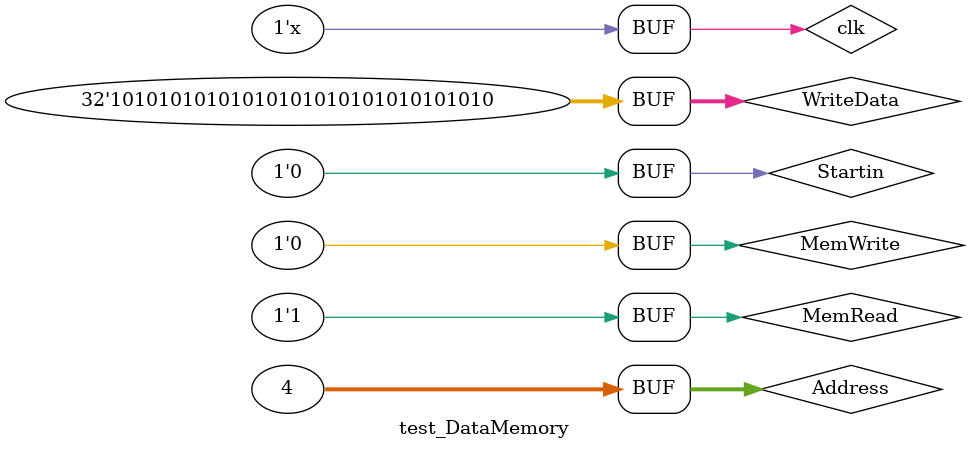
<source format=v>
`timescale 1ns / 1ps

module test_DataMemory;
  reg [31:0] Address;
  reg [31:0] WriteData;
  reg MemWrite;
  reg MemRead;
  reg Startin;
  wire [31:0] ReadData;
  reg clk;

  DataMemory u1 (
      .Address(Address),
      .WriteData(WriteData),
      .MemWrite(MemWrite),
      .MemRead(MemRead),
      .Startin(Startin),
      .ReadData(ReadData),
      .clk(clk)
  );

  always #10 clk = ~clk;

  initial begin
    Startin = 1;
    clk = 1;
    Address = 0;
    WriteData = 0;
    MemWrite = 0;
    MemRead = 0;
    #10;
    Address   = 32'h0000_0004;
    WriteData = 32'hAAAA_AAAA;
    MemWrite  = 1;
    #10;
    Startin  = 0;
    MemWrite = 0;
    Address  = 32'h0000_0004;
    MemRead  = 1;
    #10;
  end
endmodule


</source>
